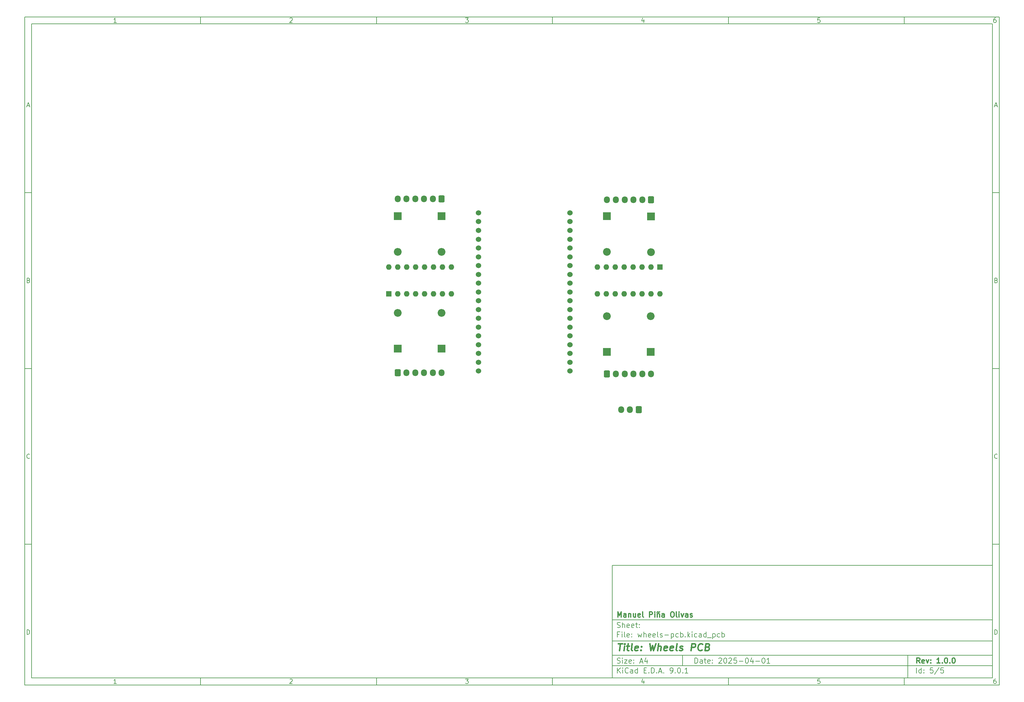
<source format=gbr>
%TF.GenerationSoftware,KiCad,Pcbnew,9.0.1-9.0.1-0~ubuntu24.04.1*%
%TF.CreationDate,2025-05-06T13:20:29-06:00*%
%TF.ProjectId,wheels-pcb,77686565-6c73-42d7-9063-622e6b696361,1.0.0*%
%TF.SameCoordinates,Original*%
%TF.FileFunction,Soldermask,Bot*%
%TF.FilePolarity,Negative*%
%FSLAX46Y46*%
G04 Gerber Fmt 4.6, Leading zero omitted, Abs format (unit mm)*
G04 Created by KiCad (PCBNEW 9.0.1-9.0.1-0~ubuntu24.04.1) date 2025-05-06 13:20:29*
%MOMM*%
%LPD*%
G01*
G04 APERTURE LIST*
G04 Aperture macros list*
%AMRoundRect*
0 Rectangle with rounded corners*
0 $1 Rounding radius*
0 $2 $3 $4 $5 $6 $7 $8 $9 X,Y pos of 4 corners*
0 Add a 4 corners polygon primitive as box body*
4,1,4,$2,$3,$4,$5,$6,$7,$8,$9,$2,$3,0*
0 Add four circle primitives for the rounded corners*
1,1,$1+$1,$2,$3*
1,1,$1+$1,$4,$5*
1,1,$1+$1,$6,$7*
1,1,$1+$1,$8,$9*
0 Add four rect primitives between the rounded corners*
20,1,$1+$1,$2,$3,$4,$5,0*
20,1,$1+$1,$4,$5,$6,$7,0*
20,1,$1+$1,$6,$7,$8,$9,0*
20,1,$1+$1,$8,$9,$2,$3,0*%
G04 Aperture macros list end*
%ADD10C,0.100000*%
%ADD11C,0.150000*%
%ADD12C,0.300000*%
%ADD13C,0.400000*%
%ADD14R,1.600000X1.600000*%
%ADD15O,1.600000X1.600000*%
%ADD16R,2.200000X2.200000*%
%ADD17O,2.200000X2.200000*%
%ADD18RoundRect,0.250000X0.600000X0.725000X-0.600000X0.725000X-0.600000X-0.725000X0.600000X-0.725000X0*%
%ADD19O,1.700000X1.950000*%
%ADD20RoundRect,0.250000X-0.600000X-0.725000X0.600000X-0.725000X0.600000X0.725000X-0.600000X0.725000X0*%
%ADD21C,1.524000*%
G04 APERTURE END LIST*
D10*
D11*
X177002200Y-166007200D02*
X285002200Y-166007200D01*
X285002200Y-198007200D01*
X177002200Y-198007200D01*
X177002200Y-166007200D01*
D10*
D11*
X10000000Y-10000000D02*
X287002200Y-10000000D01*
X287002200Y-200007200D01*
X10000000Y-200007200D01*
X10000000Y-10000000D01*
D10*
D11*
X12000000Y-12000000D02*
X285002200Y-12000000D01*
X285002200Y-198007200D01*
X12000000Y-198007200D01*
X12000000Y-12000000D01*
D10*
D11*
X60000000Y-12000000D02*
X60000000Y-10000000D01*
D10*
D11*
X110000000Y-12000000D02*
X110000000Y-10000000D01*
D10*
D11*
X160000000Y-12000000D02*
X160000000Y-10000000D01*
D10*
D11*
X210000000Y-12000000D02*
X210000000Y-10000000D01*
D10*
D11*
X260000000Y-12000000D02*
X260000000Y-10000000D01*
D10*
D11*
X36089160Y-11593604D02*
X35346303Y-11593604D01*
X35717731Y-11593604D02*
X35717731Y-10293604D01*
X35717731Y-10293604D02*
X35593922Y-10479319D01*
X35593922Y-10479319D02*
X35470112Y-10603128D01*
X35470112Y-10603128D02*
X35346303Y-10665033D01*
D10*
D11*
X85346303Y-10417414D02*
X85408207Y-10355509D01*
X85408207Y-10355509D02*
X85532017Y-10293604D01*
X85532017Y-10293604D02*
X85841541Y-10293604D01*
X85841541Y-10293604D02*
X85965350Y-10355509D01*
X85965350Y-10355509D02*
X86027255Y-10417414D01*
X86027255Y-10417414D02*
X86089160Y-10541223D01*
X86089160Y-10541223D02*
X86089160Y-10665033D01*
X86089160Y-10665033D02*
X86027255Y-10850747D01*
X86027255Y-10850747D02*
X85284398Y-11593604D01*
X85284398Y-11593604D02*
X86089160Y-11593604D01*
D10*
D11*
X135284398Y-10293604D02*
X136089160Y-10293604D01*
X136089160Y-10293604D02*
X135655826Y-10788842D01*
X135655826Y-10788842D02*
X135841541Y-10788842D01*
X135841541Y-10788842D02*
X135965350Y-10850747D01*
X135965350Y-10850747D02*
X136027255Y-10912652D01*
X136027255Y-10912652D02*
X136089160Y-11036461D01*
X136089160Y-11036461D02*
X136089160Y-11345985D01*
X136089160Y-11345985D02*
X136027255Y-11469795D01*
X136027255Y-11469795D02*
X135965350Y-11531700D01*
X135965350Y-11531700D02*
X135841541Y-11593604D01*
X135841541Y-11593604D02*
X135470112Y-11593604D01*
X135470112Y-11593604D02*
X135346303Y-11531700D01*
X135346303Y-11531700D02*
X135284398Y-11469795D01*
D10*
D11*
X185965350Y-10726938D02*
X185965350Y-11593604D01*
X185655826Y-10231700D02*
X185346303Y-11160271D01*
X185346303Y-11160271D02*
X186151064Y-11160271D01*
D10*
D11*
X236027255Y-10293604D02*
X235408207Y-10293604D01*
X235408207Y-10293604D02*
X235346303Y-10912652D01*
X235346303Y-10912652D02*
X235408207Y-10850747D01*
X235408207Y-10850747D02*
X235532017Y-10788842D01*
X235532017Y-10788842D02*
X235841541Y-10788842D01*
X235841541Y-10788842D02*
X235965350Y-10850747D01*
X235965350Y-10850747D02*
X236027255Y-10912652D01*
X236027255Y-10912652D02*
X236089160Y-11036461D01*
X236089160Y-11036461D02*
X236089160Y-11345985D01*
X236089160Y-11345985D02*
X236027255Y-11469795D01*
X236027255Y-11469795D02*
X235965350Y-11531700D01*
X235965350Y-11531700D02*
X235841541Y-11593604D01*
X235841541Y-11593604D02*
X235532017Y-11593604D01*
X235532017Y-11593604D02*
X235408207Y-11531700D01*
X235408207Y-11531700D02*
X235346303Y-11469795D01*
D10*
D11*
X285965350Y-10293604D02*
X285717731Y-10293604D01*
X285717731Y-10293604D02*
X285593922Y-10355509D01*
X285593922Y-10355509D02*
X285532017Y-10417414D01*
X285532017Y-10417414D02*
X285408207Y-10603128D01*
X285408207Y-10603128D02*
X285346303Y-10850747D01*
X285346303Y-10850747D02*
X285346303Y-11345985D01*
X285346303Y-11345985D02*
X285408207Y-11469795D01*
X285408207Y-11469795D02*
X285470112Y-11531700D01*
X285470112Y-11531700D02*
X285593922Y-11593604D01*
X285593922Y-11593604D02*
X285841541Y-11593604D01*
X285841541Y-11593604D02*
X285965350Y-11531700D01*
X285965350Y-11531700D02*
X286027255Y-11469795D01*
X286027255Y-11469795D02*
X286089160Y-11345985D01*
X286089160Y-11345985D02*
X286089160Y-11036461D01*
X286089160Y-11036461D02*
X286027255Y-10912652D01*
X286027255Y-10912652D02*
X285965350Y-10850747D01*
X285965350Y-10850747D02*
X285841541Y-10788842D01*
X285841541Y-10788842D02*
X285593922Y-10788842D01*
X285593922Y-10788842D02*
X285470112Y-10850747D01*
X285470112Y-10850747D02*
X285408207Y-10912652D01*
X285408207Y-10912652D02*
X285346303Y-11036461D01*
D10*
D11*
X60000000Y-198007200D02*
X60000000Y-200007200D01*
D10*
D11*
X110000000Y-198007200D02*
X110000000Y-200007200D01*
D10*
D11*
X160000000Y-198007200D02*
X160000000Y-200007200D01*
D10*
D11*
X210000000Y-198007200D02*
X210000000Y-200007200D01*
D10*
D11*
X260000000Y-198007200D02*
X260000000Y-200007200D01*
D10*
D11*
X36089160Y-199600804D02*
X35346303Y-199600804D01*
X35717731Y-199600804D02*
X35717731Y-198300804D01*
X35717731Y-198300804D02*
X35593922Y-198486519D01*
X35593922Y-198486519D02*
X35470112Y-198610328D01*
X35470112Y-198610328D02*
X35346303Y-198672233D01*
D10*
D11*
X85346303Y-198424614D02*
X85408207Y-198362709D01*
X85408207Y-198362709D02*
X85532017Y-198300804D01*
X85532017Y-198300804D02*
X85841541Y-198300804D01*
X85841541Y-198300804D02*
X85965350Y-198362709D01*
X85965350Y-198362709D02*
X86027255Y-198424614D01*
X86027255Y-198424614D02*
X86089160Y-198548423D01*
X86089160Y-198548423D02*
X86089160Y-198672233D01*
X86089160Y-198672233D02*
X86027255Y-198857947D01*
X86027255Y-198857947D02*
X85284398Y-199600804D01*
X85284398Y-199600804D02*
X86089160Y-199600804D01*
D10*
D11*
X135284398Y-198300804D02*
X136089160Y-198300804D01*
X136089160Y-198300804D02*
X135655826Y-198796042D01*
X135655826Y-198796042D02*
X135841541Y-198796042D01*
X135841541Y-198796042D02*
X135965350Y-198857947D01*
X135965350Y-198857947D02*
X136027255Y-198919852D01*
X136027255Y-198919852D02*
X136089160Y-199043661D01*
X136089160Y-199043661D02*
X136089160Y-199353185D01*
X136089160Y-199353185D02*
X136027255Y-199476995D01*
X136027255Y-199476995D02*
X135965350Y-199538900D01*
X135965350Y-199538900D02*
X135841541Y-199600804D01*
X135841541Y-199600804D02*
X135470112Y-199600804D01*
X135470112Y-199600804D02*
X135346303Y-199538900D01*
X135346303Y-199538900D02*
X135284398Y-199476995D01*
D10*
D11*
X185965350Y-198734138D02*
X185965350Y-199600804D01*
X185655826Y-198238900D02*
X185346303Y-199167471D01*
X185346303Y-199167471D02*
X186151064Y-199167471D01*
D10*
D11*
X236027255Y-198300804D02*
X235408207Y-198300804D01*
X235408207Y-198300804D02*
X235346303Y-198919852D01*
X235346303Y-198919852D02*
X235408207Y-198857947D01*
X235408207Y-198857947D02*
X235532017Y-198796042D01*
X235532017Y-198796042D02*
X235841541Y-198796042D01*
X235841541Y-198796042D02*
X235965350Y-198857947D01*
X235965350Y-198857947D02*
X236027255Y-198919852D01*
X236027255Y-198919852D02*
X236089160Y-199043661D01*
X236089160Y-199043661D02*
X236089160Y-199353185D01*
X236089160Y-199353185D02*
X236027255Y-199476995D01*
X236027255Y-199476995D02*
X235965350Y-199538900D01*
X235965350Y-199538900D02*
X235841541Y-199600804D01*
X235841541Y-199600804D02*
X235532017Y-199600804D01*
X235532017Y-199600804D02*
X235408207Y-199538900D01*
X235408207Y-199538900D02*
X235346303Y-199476995D01*
D10*
D11*
X285965350Y-198300804D02*
X285717731Y-198300804D01*
X285717731Y-198300804D02*
X285593922Y-198362709D01*
X285593922Y-198362709D02*
X285532017Y-198424614D01*
X285532017Y-198424614D02*
X285408207Y-198610328D01*
X285408207Y-198610328D02*
X285346303Y-198857947D01*
X285346303Y-198857947D02*
X285346303Y-199353185D01*
X285346303Y-199353185D02*
X285408207Y-199476995D01*
X285408207Y-199476995D02*
X285470112Y-199538900D01*
X285470112Y-199538900D02*
X285593922Y-199600804D01*
X285593922Y-199600804D02*
X285841541Y-199600804D01*
X285841541Y-199600804D02*
X285965350Y-199538900D01*
X285965350Y-199538900D02*
X286027255Y-199476995D01*
X286027255Y-199476995D02*
X286089160Y-199353185D01*
X286089160Y-199353185D02*
X286089160Y-199043661D01*
X286089160Y-199043661D02*
X286027255Y-198919852D01*
X286027255Y-198919852D02*
X285965350Y-198857947D01*
X285965350Y-198857947D02*
X285841541Y-198796042D01*
X285841541Y-198796042D02*
X285593922Y-198796042D01*
X285593922Y-198796042D02*
X285470112Y-198857947D01*
X285470112Y-198857947D02*
X285408207Y-198919852D01*
X285408207Y-198919852D02*
X285346303Y-199043661D01*
D10*
D11*
X10000000Y-60000000D02*
X12000000Y-60000000D01*
D10*
D11*
X10000000Y-110000000D02*
X12000000Y-110000000D01*
D10*
D11*
X10000000Y-160000000D02*
X12000000Y-160000000D01*
D10*
D11*
X10690476Y-35222176D02*
X11309523Y-35222176D01*
X10566666Y-35593604D02*
X10999999Y-34293604D01*
X10999999Y-34293604D02*
X11433333Y-35593604D01*
D10*
D11*
X11092857Y-84912652D02*
X11278571Y-84974557D01*
X11278571Y-84974557D02*
X11340476Y-85036461D01*
X11340476Y-85036461D02*
X11402380Y-85160271D01*
X11402380Y-85160271D02*
X11402380Y-85345985D01*
X11402380Y-85345985D02*
X11340476Y-85469795D01*
X11340476Y-85469795D02*
X11278571Y-85531700D01*
X11278571Y-85531700D02*
X11154761Y-85593604D01*
X11154761Y-85593604D02*
X10659523Y-85593604D01*
X10659523Y-85593604D02*
X10659523Y-84293604D01*
X10659523Y-84293604D02*
X11092857Y-84293604D01*
X11092857Y-84293604D02*
X11216666Y-84355509D01*
X11216666Y-84355509D02*
X11278571Y-84417414D01*
X11278571Y-84417414D02*
X11340476Y-84541223D01*
X11340476Y-84541223D02*
X11340476Y-84665033D01*
X11340476Y-84665033D02*
X11278571Y-84788842D01*
X11278571Y-84788842D02*
X11216666Y-84850747D01*
X11216666Y-84850747D02*
X11092857Y-84912652D01*
X11092857Y-84912652D02*
X10659523Y-84912652D01*
D10*
D11*
X11402380Y-135469795D02*
X11340476Y-135531700D01*
X11340476Y-135531700D02*
X11154761Y-135593604D01*
X11154761Y-135593604D02*
X11030952Y-135593604D01*
X11030952Y-135593604D02*
X10845238Y-135531700D01*
X10845238Y-135531700D02*
X10721428Y-135407890D01*
X10721428Y-135407890D02*
X10659523Y-135284080D01*
X10659523Y-135284080D02*
X10597619Y-135036461D01*
X10597619Y-135036461D02*
X10597619Y-134850747D01*
X10597619Y-134850747D02*
X10659523Y-134603128D01*
X10659523Y-134603128D02*
X10721428Y-134479319D01*
X10721428Y-134479319D02*
X10845238Y-134355509D01*
X10845238Y-134355509D02*
X11030952Y-134293604D01*
X11030952Y-134293604D02*
X11154761Y-134293604D01*
X11154761Y-134293604D02*
X11340476Y-134355509D01*
X11340476Y-134355509D02*
X11402380Y-134417414D01*
D10*
D11*
X10659523Y-185593604D02*
X10659523Y-184293604D01*
X10659523Y-184293604D02*
X10969047Y-184293604D01*
X10969047Y-184293604D02*
X11154761Y-184355509D01*
X11154761Y-184355509D02*
X11278571Y-184479319D01*
X11278571Y-184479319D02*
X11340476Y-184603128D01*
X11340476Y-184603128D02*
X11402380Y-184850747D01*
X11402380Y-184850747D02*
X11402380Y-185036461D01*
X11402380Y-185036461D02*
X11340476Y-185284080D01*
X11340476Y-185284080D02*
X11278571Y-185407890D01*
X11278571Y-185407890D02*
X11154761Y-185531700D01*
X11154761Y-185531700D02*
X10969047Y-185593604D01*
X10969047Y-185593604D02*
X10659523Y-185593604D01*
D10*
D11*
X287002200Y-60000000D02*
X285002200Y-60000000D01*
D10*
D11*
X287002200Y-110000000D02*
X285002200Y-110000000D01*
D10*
D11*
X287002200Y-160000000D02*
X285002200Y-160000000D01*
D10*
D11*
X285692676Y-35222176D02*
X286311723Y-35222176D01*
X285568866Y-35593604D02*
X286002199Y-34293604D01*
X286002199Y-34293604D02*
X286435533Y-35593604D01*
D10*
D11*
X286095057Y-84912652D02*
X286280771Y-84974557D01*
X286280771Y-84974557D02*
X286342676Y-85036461D01*
X286342676Y-85036461D02*
X286404580Y-85160271D01*
X286404580Y-85160271D02*
X286404580Y-85345985D01*
X286404580Y-85345985D02*
X286342676Y-85469795D01*
X286342676Y-85469795D02*
X286280771Y-85531700D01*
X286280771Y-85531700D02*
X286156961Y-85593604D01*
X286156961Y-85593604D02*
X285661723Y-85593604D01*
X285661723Y-85593604D02*
X285661723Y-84293604D01*
X285661723Y-84293604D02*
X286095057Y-84293604D01*
X286095057Y-84293604D02*
X286218866Y-84355509D01*
X286218866Y-84355509D02*
X286280771Y-84417414D01*
X286280771Y-84417414D02*
X286342676Y-84541223D01*
X286342676Y-84541223D02*
X286342676Y-84665033D01*
X286342676Y-84665033D02*
X286280771Y-84788842D01*
X286280771Y-84788842D02*
X286218866Y-84850747D01*
X286218866Y-84850747D02*
X286095057Y-84912652D01*
X286095057Y-84912652D02*
X285661723Y-84912652D01*
D10*
D11*
X286404580Y-135469795D02*
X286342676Y-135531700D01*
X286342676Y-135531700D02*
X286156961Y-135593604D01*
X286156961Y-135593604D02*
X286033152Y-135593604D01*
X286033152Y-135593604D02*
X285847438Y-135531700D01*
X285847438Y-135531700D02*
X285723628Y-135407890D01*
X285723628Y-135407890D02*
X285661723Y-135284080D01*
X285661723Y-135284080D02*
X285599819Y-135036461D01*
X285599819Y-135036461D02*
X285599819Y-134850747D01*
X285599819Y-134850747D02*
X285661723Y-134603128D01*
X285661723Y-134603128D02*
X285723628Y-134479319D01*
X285723628Y-134479319D02*
X285847438Y-134355509D01*
X285847438Y-134355509D02*
X286033152Y-134293604D01*
X286033152Y-134293604D02*
X286156961Y-134293604D01*
X286156961Y-134293604D02*
X286342676Y-134355509D01*
X286342676Y-134355509D02*
X286404580Y-134417414D01*
D10*
D11*
X285661723Y-185593604D02*
X285661723Y-184293604D01*
X285661723Y-184293604D02*
X285971247Y-184293604D01*
X285971247Y-184293604D02*
X286156961Y-184355509D01*
X286156961Y-184355509D02*
X286280771Y-184479319D01*
X286280771Y-184479319D02*
X286342676Y-184603128D01*
X286342676Y-184603128D02*
X286404580Y-184850747D01*
X286404580Y-184850747D02*
X286404580Y-185036461D01*
X286404580Y-185036461D02*
X286342676Y-185284080D01*
X286342676Y-185284080D02*
X286280771Y-185407890D01*
X286280771Y-185407890D02*
X286156961Y-185531700D01*
X286156961Y-185531700D02*
X285971247Y-185593604D01*
X285971247Y-185593604D02*
X285661723Y-185593604D01*
D10*
D11*
X200458026Y-193793328D02*
X200458026Y-192293328D01*
X200458026Y-192293328D02*
X200815169Y-192293328D01*
X200815169Y-192293328D02*
X201029455Y-192364757D01*
X201029455Y-192364757D02*
X201172312Y-192507614D01*
X201172312Y-192507614D02*
X201243741Y-192650471D01*
X201243741Y-192650471D02*
X201315169Y-192936185D01*
X201315169Y-192936185D02*
X201315169Y-193150471D01*
X201315169Y-193150471D02*
X201243741Y-193436185D01*
X201243741Y-193436185D02*
X201172312Y-193579042D01*
X201172312Y-193579042D02*
X201029455Y-193721900D01*
X201029455Y-193721900D02*
X200815169Y-193793328D01*
X200815169Y-193793328D02*
X200458026Y-193793328D01*
X202600884Y-193793328D02*
X202600884Y-193007614D01*
X202600884Y-193007614D02*
X202529455Y-192864757D01*
X202529455Y-192864757D02*
X202386598Y-192793328D01*
X202386598Y-192793328D02*
X202100884Y-192793328D01*
X202100884Y-192793328D02*
X201958026Y-192864757D01*
X202600884Y-193721900D02*
X202458026Y-193793328D01*
X202458026Y-193793328D02*
X202100884Y-193793328D01*
X202100884Y-193793328D02*
X201958026Y-193721900D01*
X201958026Y-193721900D02*
X201886598Y-193579042D01*
X201886598Y-193579042D02*
X201886598Y-193436185D01*
X201886598Y-193436185D02*
X201958026Y-193293328D01*
X201958026Y-193293328D02*
X202100884Y-193221900D01*
X202100884Y-193221900D02*
X202458026Y-193221900D01*
X202458026Y-193221900D02*
X202600884Y-193150471D01*
X203100884Y-192793328D02*
X203672312Y-192793328D01*
X203315169Y-192293328D02*
X203315169Y-193579042D01*
X203315169Y-193579042D02*
X203386598Y-193721900D01*
X203386598Y-193721900D02*
X203529455Y-193793328D01*
X203529455Y-193793328D02*
X203672312Y-193793328D01*
X204743741Y-193721900D02*
X204600884Y-193793328D01*
X204600884Y-193793328D02*
X204315170Y-193793328D01*
X204315170Y-193793328D02*
X204172312Y-193721900D01*
X204172312Y-193721900D02*
X204100884Y-193579042D01*
X204100884Y-193579042D02*
X204100884Y-193007614D01*
X204100884Y-193007614D02*
X204172312Y-192864757D01*
X204172312Y-192864757D02*
X204315170Y-192793328D01*
X204315170Y-192793328D02*
X204600884Y-192793328D01*
X204600884Y-192793328D02*
X204743741Y-192864757D01*
X204743741Y-192864757D02*
X204815170Y-193007614D01*
X204815170Y-193007614D02*
X204815170Y-193150471D01*
X204815170Y-193150471D02*
X204100884Y-193293328D01*
X205458026Y-193650471D02*
X205529455Y-193721900D01*
X205529455Y-193721900D02*
X205458026Y-193793328D01*
X205458026Y-193793328D02*
X205386598Y-193721900D01*
X205386598Y-193721900D02*
X205458026Y-193650471D01*
X205458026Y-193650471D02*
X205458026Y-193793328D01*
X205458026Y-192864757D02*
X205529455Y-192936185D01*
X205529455Y-192936185D02*
X205458026Y-193007614D01*
X205458026Y-193007614D02*
X205386598Y-192936185D01*
X205386598Y-192936185D02*
X205458026Y-192864757D01*
X205458026Y-192864757D02*
X205458026Y-193007614D01*
X207243741Y-192436185D02*
X207315169Y-192364757D01*
X207315169Y-192364757D02*
X207458027Y-192293328D01*
X207458027Y-192293328D02*
X207815169Y-192293328D01*
X207815169Y-192293328D02*
X207958027Y-192364757D01*
X207958027Y-192364757D02*
X208029455Y-192436185D01*
X208029455Y-192436185D02*
X208100884Y-192579042D01*
X208100884Y-192579042D02*
X208100884Y-192721900D01*
X208100884Y-192721900D02*
X208029455Y-192936185D01*
X208029455Y-192936185D02*
X207172312Y-193793328D01*
X207172312Y-193793328D02*
X208100884Y-193793328D01*
X209029455Y-192293328D02*
X209172312Y-192293328D01*
X209172312Y-192293328D02*
X209315169Y-192364757D01*
X209315169Y-192364757D02*
X209386598Y-192436185D01*
X209386598Y-192436185D02*
X209458026Y-192579042D01*
X209458026Y-192579042D02*
X209529455Y-192864757D01*
X209529455Y-192864757D02*
X209529455Y-193221900D01*
X209529455Y-193221900D02*
X209458026Y-193507614D01*
X209458026Y-193507614D02*
X209386598Y-193650471D01*
X209386598Y-193650471D02*
X209315169Y-193721900D01*
X209315169Y-193721900D02*
X209172312Y-193793328D01*
X209172312Y-193793328D02*
X209029455Y-193793328D01*
X209029455Y-193793328D02*
X208886598Y-193721900D01*
X208886598Y-193721900D02*
X208815169Y-193650471D01*
X208815169Y-193650471D02*
X208743740Y-193507614D01*
X208743740Y-193507614D02*
X208672312Y-193221900D01*
X208672312Y-193221900D02*
X208672312Y-192864757D01*
X208672312Y-192864757D02*
X208743740Y-192579042D01*
X208743740Y-192579042D02*
X208815169Y-192436185D01*
X208815169Y-192436185D02*
X208886598Y-192364757D01*
X208886598Y-192364757D02*
X209029455Y-192293328D01*
X210100883Y-192436185D02*
X210172311Y-192364757D01*
X210172311Y-192364757D02*
X210315169Y-192293328D01*
X210315169Y-192293328D02*
X210672311Y-192293328D01*
X210672311Y-192293328D02*
X210815169Y-192364757D01*
X210815169Y-192364757D02*
X210886597Y-192436185D01*
X210886597Y-192436185D02*
X210958026Y-192579042D01*
X210958026Y-192579042D02*
X210958026Y-192721900D01*
X210958026Y-192721900D02*
X210886597Y-192936185D01*
X210886597Y-192936185D02*
X210029454Y-193793328D01*
X210029454Y-193793328D02*
X210958026Y-193793328D01*
X212315168Y-192293328D02*
X211600882Y-192293328D01*
X211600882Y-192293328D02*
X211529454Y-193007614D01*
X211529454Y-193007614D02*
X211600882Y-192936185D01*
X211600882Y-192936185D02*
X211743740Y-192864757D01*
X211743740Y-192864757D02*
X212100882Y-192864757D01*
X212100882Y-192864757D02*
X212243740Y-192936185D01*
X212243740Y-192936185D02*
X212315168Y-193007614D01*
X212315168Y-193007614D02*
X212386597Y-193150471D01*
X212386597Y-193150471D02*
X212386597Y-193507614D01*
X212386597Y-193507614D02*
X212315168Y-193650471D01*
X212315168Y-193650471D02*
X212243740Y-193721900D01*
X212243740Y-193721900D02*
X212100882Y-193793328D01*
X212100882Y-193793328D02*
X211743740Y-193793328D01*
X211743740Y-193793328D02*
X211600882Y-193721900D01*
X211600882Y-193721900D02*
X211529454Y-193650471D01*
X213029453Y-193221900D02*
X214172311Y-193221900D01*
X215172311Y-192293328D02*
X215315168Y-192293328D01*
X215315168Y-192293328D02*
X215458025Y-192364757D01*
X215458025Y-192364757D02*
X215529454Y-192436185D01*
X215529454Y-192436185D02*
X215600882Y-192579042D01*
X215600882Y-192579042D02*
X215672311Y-192864757D01*
X215672311Y-192864757D02*
X215672311Y-193221900D01*
X215672311Y-193221900D02*
X215600882Y-193507614D01*
X215600882Y-193507614D02*
X215529454Y-193650471D01*
X215529454Y-193650471D02*
X215458025Y-193721900D01*
X215458025Y-193721900D02*
X215315168Y-193793328D01*
X215315168Y-193793328D02*
X215172311Y-193793328D01*
X215172311Y-193793328D02*
X215029454Y-193721900D01*
X215029454Y-193721900D02*
X214958025Y-193650471D01*
X214958025Y-193650471D02*
X214886596Y-193507614D01*
X214886596Y-193507614D02*
X214815168Y-193221900D01*
X214815168Y-193221900D02*
X214815168Y-192864757D01*
X214815168Y-192864757D02*
X214886596Y-192579042D01*
X214886596Y-192579042D02*
X214958025Y-192436185D01*
X214958025Y-192436185D02*
X215029454Y-192364757D01*
X215029454Y-192364757D02*
X215172311Y-192293328D01*
X216958025Y-192793328D02*
X216958025Y-193793328D01*
X216600882Y-192221900D02*
X216243739Y-193293328D01*
X216243739Y-193293328D02*
X217172310Y-193293328D01*
X217743738Y-193221900D02*
X218886596Y-193221900D01*
X219886596Y-192293328D02*
X220029453Y-192293328D01*
X220029453Y-192293328D02*
X220172310Y-192364757D01*
X220172310Y-192364757D02*
X220243739Y-192436185D01*
X220243739Y-192436185D02*
X220315167Y-192579042D01*
X220315167Y-192579042D02*
X220386596Y-192864757D01*
X220386596Y-192864757D02*
X220386596Y-193221900D01*
X220386596Y-193221900D02*
X220315167Y-193507614D01*
X220315167Y-193507614D02*
X220243739Y-193650471D01*
X220243739Y-193650471D02*
X220172310Y-193721900D01*
X220172310Y-193721900D02*
X220029453Y-193793328D01*
X220029453Y-193793328D02*
X219886596Y-193793328D01*
X219886596Y-193793328D02*
X219743739Y-193721900D01*
X219743739Y-193721900D02*
X219672310Y-193650471D01*
X219672310Y-193650471D02*
X219600881Y-193507614D01*
X219600881Y-193507614D02*
X219529453Y-193221900D01*
X219529453Y-193221900D02*
X219529453Y-192864757D01*
X219529453Y-192864757D02*
X219600881Y-192579042D01*
X219600881Y-192579042D02*
X219672310Y-192436185D01*
X219672310Y-192436185D02*
X219743739Y-192364757D01*
X219743739Y-192364757D02*
X219886596Y-192293328D01*
X221815167Y-193793328D02*
X220958024Y-193793328D01*
X221386595Y-193793328D02*
X221386595Y-192293328D01*
X221386595Y-192293328D02*
X221243738Y-192507614D01*
X221243738Y-192507614D02*
X221100881Y-192650471D01*
X221100881Y-192650471D02*
X220958024Y-192721900D01*
D10*
D11*
X177002200Y-194507200D02*
X285002200Y-194507200D01*
D10*
D11*
X178458026Y-196593328D02*
X178458026Y-195093328D01*
X179315169Y-196593328D02*
X178672312Y-195736185D01*
X179315169Y-195093328D02*
X178458026Y-195950471D01*
X179958026Y-196593328D02*
X179958026Y-195593328D01*
X179958026Y-195093328D02*
X179886598Y-195164757D01*
X179886598Y-195164757D02*
X179958026Y-195236185D01*
X179958026Y-195236185D02*
X180029455Y-195164757D01*
X180029455Y-195164757D02*
X179958026Y-195093328D01*
X179958026Y-195093328D02*
X179958026Y-195236185D01*
X181529455Y-196450471D02*
X181458027Y-196521900D01*
X181458027Y-196521900D02*
X181243741Y-196593328D01*
X181243741Y-196593328D02*
X181100884Y-196593328D01*
X181100884Y-196593328D02*
X180886598Y-196521900D01*
X180886598Y-196521900D02*
X180743741Y-196379042D01*
X180743741Y-196379042D02*
X180672312Y-196236185D01*
X180672312Y-196236185D02*
X180600884Y-195950471D01*
X180600884Y-195950471D02*
X180600884Y-195736185D01*
X180600884Y-195736185D02*
X180672312Y-195450471D01*
X180672312Y-195450471D02*
X180743741Y-195307614D01*
X180743741Y-195307614D02*
X180886598Y-195164757D01*
X180886598Y-195164757D02*
X181100884Y-195093328D01*
X181100884Y-195093328D02*
X181243741Y-195093328D01*
X181243741Y-195093328D02*
X181458027Y-195164757D01*
X181458027Y-195164757D02*
X181529455Y-195236185D01*
X182815170Y-196593328D02*
X182815170Y-195807614D01*
X182815170Y-195807614D02*
X182743741Y-195664757D01*
X182743741Y-195664757D02*
X182600884Y-195593328D01*
X182600884Y-195593328D02*
X182315170Y-195593328D01*
X182315170Y-195593328D02*
X182172312Y-195664757D01*
X182815170Y-196521900D02*
X182672312Y-196593328D01*
X182672312Y-196593328D02*
X182315170Y-196593328D01*
X182315170Y-196593328D02*
X182172312Y-196521900D01*
X182172312Y-196521900D02*
X182100884Y-196379042D01*
X182100884Y-196379042D02*
X182100884Y-196236185D01*
X182100884Y-196236185D02*
X182172312Y-196093328D01*
X182172312Y-196093328D02*
X182315170Y-196021900D01*
X182315170Y-196021900D02*
X182672312Y-196021900D01*
X182672312Y-196021900D02*
X182815170Y-195950471D01*
X184172313Y-196593328D02*
X184172313Y-195093328D01*
X184172313Y-196521900D02*
X184029455Y-196593328D01*
X184029455Y-196593328D02*
X183743741Y-196593328D01*
X183743741Y-196593328D02*
X183600884Y-196521900D01*
X183600884Y-196521900D02*
X183529455Y-196450471D01*
X183529455Y-196450471D02*
X183458027Y-196307614D01*
X183458027Y-196307614D02*
X183458027Y-195879042D01*
X183458027Y-195879042D02*
X183529455Y-195736185D01*
X183529455Y-195736185D02*
X183600884Y-195664757D01*
X183600884Y-195664757D02*
X183743741Y-195593328D01*
X183743741Y-195593328D02*
X184029455Y-195593328D01*
X184029455Y-195593328D02*
X184172313Y-195664757D01*
X186029455Y-195807614D02*
X186529455Y-195807614D01*
X186743741Y-196593328D02*
X186029455Y-196593328D01*
X186029455Y-196593328D02*
X186029455Y-195093328D01*
X186029455Y-195093328D02*
X186743741Y-195093328D01*
X187386598Y-196450471D02*
X187458027Y-196521900D01*
X187458027Y-196521900D02*
X187386598Y-196593328D01*
X187386598Y-196593328D02*
X187315170Y-196521900D01*
X187315170Y-196521900D02*
X187386598Y-196450471D01*
X187386598Y-196450471D02*
X187386598Y-196593328D01*
X188100884Y-196593328D02*
X188100884Y-195093328D01*
X188100884Y-195093328D02*
X188458027Y-195093328D01*
X188458027Y-195093328D02*
X188672313Y-195164757D01*
X188672313Y-195164757D02*
X188815170Y-195307614D01*
X188815170Y-195307614D02*
X188886599Y-195450471D01*
X188886599Y-195450471D02*
X188958027Y-195736185D01*
X188958027Y-195736185D02*
X188958027Y-195950471D01*
X188958027Y-195950471D02*
X188886599Y-196236185D01*
X188886599Y-196236185D02*
X188815170Y-196379042D01*
X188815170Y-196379042D02*
X188672313Y-196521900D01*
X188672313Y-196521900D02*
X188458027Y-196593328D01*
X188458027Y-196593328D02*
X188100884Y-196593328D01*
X189600884Y-196450471D02*
X189672313Y-196521900D01*
X189672313Y-196521900D02*
X189600884Y-196593328D01*
X189600884Y-196593328D02*
X189529456Y-196521900D01*
X189529456Y-196521900D02*
X189600884Y-196450471D01*
X189600884Y-196450471D02*
X189600884Y-196593328D01*
X190243742Y-196164757D02*
X190958028Y-196164757D01*
X190100885Y-196593328D02*
X190600885Y-195093328D01*
X190600885Y-195093328D02*
X191100885Y-196593328D01*
X191600884Y-196450471D02*
X191672313Y-196521900D01*
X191672313Y-196521900D02*
X191600884Y-196593328D01*
X191600884Y-196593328D02*
X191529456Y-196521900D01*
X191529456Y-196521900D02*
X191600884Y-196450471D01*
X191600884Y-196450471D02*
X191600884Y-196593328D01*
X193529456Y-196593328D02*
X193815170Y-196593328D01*
X193815170Y-196593328D02*
X193958027Y-196521900D01*
X193958027Y-196521900D02*
X194029456Y-196450471D01*
X194029456Y-196450471D02*
X194172313Y-196236185D01*
X194172313Y-196236185D02*
X194243742Y-195950471D01*
X194243742Y-195950471D02*
X194243742Y-195379042D01*
X194243742Y-195379042D02*
X194172313Y-195236185D01*
X194172313Y-195236185D02*
X194100885Y-195164757D01*
X194100885Y-195164757D02*
X193958027Y-195093328D01*
X193958027Y-195093328D02*
X193672313Y-195093328D01*
X193672313Y-195093328D02*
X193529456Y-195164757D01*
X193529456Y-195164757D02*
X193458027Y-195236185D01*
X193458027Y-195236185D02*
X193386599Y-195379042D01*
X193386599Y-195379042D02*
X193386599Y-195736185D01*
X193386599Y-195736185D02*
X193458027Y-195879042D01*
X193458027Y-195879042D02*
X193529456Y-195950471D01*
X193529456Y-195950471D02*
X193672313Y-196021900D01*
X193672313Y-196021900D02*
X193958027Y-196021900D01*
X193958027Y-196021900D02*
X194100885Y-195950471D01*
X194100885Y-195950471D02*
X194172313Y-195879042D01*
X194172313Y-195879042D02*
X194243742Y-195736185D01*
X194886598Y-196450471D02*
X194958027Y-196521900D01*
X194958027Y-196521900D02*
X194886598Y-196593328D01*
X194886598Y-196593328D02*
X194815170Y-196521900D01*
X194815170Y-196521900D02*
X194886598Y-196450471D01*
X194886598Y-196450471D02*
X194886598Y-196593328D01*
X195886599Y-195093328D02*
X196029456Y-195093328D01*
X196029456Y-195093328D02*
X196172313Y-195164757D01*
X196172313Y-195164757D02*
X196243742Y-195236185D01*
X196243742Y-195236185D02*
X196315170Y-195379042D01*
X196315170Y-195379042D02*
X196386599Y-195664757D01*
X196386599Y-195664757D02*
X196386599Y-196021900D01*
X196386599Y-196021900D02*
X196315170Y-196307614D01*
X196315170Y-196307614D02*
X196243742Y-196450471D01*
X196243742Y-196450471D02*
X196172313Y-196521900D01*
X196172313Y-196521900D02*
X196029456Y-196593328D01*
X196029456Y-196593328D02*
X195886599Y-196593328D01*
X195886599Y-196593328D02*
X195743742Y-196521900D01*
X195743742Y-196521900D02*
X195672313Y-196450471D01*
X195672313Y-196450471D02*
X195600884Y-196307614D01*
X195600884Y-196307614D02*
X195529456Y-196021900D01*
X195529456Y-196021900D02*
X195529456Y-195664757D01*
X195529456Y-195664757D02*
X195600884Y-195379042D01*
X195600884Y-195379042D02*
X195672313Y-195236185D01*
X195672313Y-195236185D02*
X195743742Y-195164757D01*
X195743742Y-195164757D02*
X195886599Y-195093328D01*
X197029455Y-196450471D02*
X197100884Y-196521900D01*
X197100884Y-196521900D02*
X197029455Y-196593328D01*
X197029455Y-196593328D02*
X196958027Y-196521900D01*
X196958027Y-196521900D02*
X197029455Y-196450471D01*
X197029455Y-196450471D02*
X197029455Y-196593328D01*
X198529456Y-196593328D02*
X197672313Y-196593328D01*
X198100884Y-196593328D02*
X198100884Y-195093328D01*
X198100884Y-195093328D02*
X197958027Y-195307614D01*
X197958027Y-195307614D02*
X197815170Y-195450471D01*
X197815170Y-195450471D02*
X197672313Y-195521900D01*
D10*
D11*
X177002200Y-191507200D02*
X285002200Y-191507200D01*
D10*
D12*
X264413853Y-193785528D02*
X263913853Y-193071242D01*
X263556710Y-193785528D02*
X263556710Y-192285528D01*
X263556710Y-192285528D02*
X264128139Y-192285528D01*
X264128139Y-192285528D02*
X264270996Y-192356957D01*
X264270996Y-192356957D02*
X264342425Y-192428385D01*
X264342425Y-192428385D02*
X264413853Y-192571242D01*
X264413853Y-192571242D02*
X264413853Y-192785528D01*
X264413853Y-192785528D02*
X264342425Y-192928385D01*
X264342425Y-192928385D02*
X264270996Y-192999814D01*
X264270996Y-192999814D02*
X264128139Y-193071242D01*
X264128139Y-193071242D02*
X263556710Y-193071242D01*
X265628139Y-193714100D02*
X265485282Y-193785528D01*
X265485282Y-193785528D02*
X265199568Y-193785528D01*
X265199568Y-193785528D02*
X265056710Y-193714100D01*
X265056710Y-193714100D02*
X264985282Y-193571242D01*
X264985282Y-193571242D02*
X264985282Y-192999814D01*
X264985282Y-192999814D02*
X265056710Y-192856957D01*
X265056710Y-192856957D02*
X265199568Y-192785528D01*
X265199568Y-192785528D02*
X265485282Y-192785528D01*
X265485282Y-192785528D02*
X265628139Y-192856957D01*
X265628139Y-192856957D02*
X265699568Y-192999814D01*
X265699568Y-192999814D02*
X265699568Y-193142671D01*
X265699568Y-193142671D02*
X264985282Y-193285528D01*
X266199567Y-192785528D02*
X266556710Y-193785528D01*
X266556710Y-193785528D02*
X266913853Y-192785528D01*
X267485281Y-193642671D02*
X267556710Y-193714100D01*
X267556710Y-193714100D02*
X267485281Y-193785528D01*
X267485281Y-193785528D02*
X267413853Y-193714100D01*
X267413853Y-193714100D02*
X267485281Y-193642671D01*
X267485281Y-193642671D02*
X267485281Y-193785528D01*
X267485281Y-192856957D02*
X267556710Y-192928385D01*
X267556710Y-192928385D02*
X267485281Y-192999814D01*
X267485281Y-192999814D02*
X267413853Y-192928385D01*
X267413853Y-192928385D02*
X267485281Y-192856957D01*
X267485281Y-192856957D02*
X267485281Y-192999814D01*
X270128139Y-193785528D02*
X269270996Y-193785528D01*
X269699567Y-193785528D02*
X269699567Y-192285528D01*
X269699567Y-192285528D02*
X269556710Y-192499814D01*
X269556710Y-192499814D02*
X269413853Y-192642671D01*
X269413853Y-192642671D02*
X269270996Y-192714100D01*
X270770995Y-193642671D02*
X270842424Y-193714100D01*
X270842424Y-193714100D02*
X270770995Y-193785528D01*
X270770995Y-193785528D02*
X270699567Y-193714100D01*
X270699567Y-193714100D02*
X270770995Y-193642671D01*
X270770995Y-193642671D02*
X270770995Y-193785528D01*
X271770996Y-192285528D02*
X271913853Y-192285528D01*
X271913853Y-192285528D02*
X272056710Y-192356957D01*
X272056710Y-192356957D02*
X272128139Y-192428385D01*
X272128139Y-192428385D02*
X272199567Y-192571242D01*
X272199567Y-192571242D02*
X272270996Y-192856957D01*
X272270996Y-192856957D02*
X272270996Y-193214100D01*
X272270996Y-193214100D02*
X272199567Y-193499814D01*
X272199567Y-193499814D02*
X272128139Y-193642671D01*
X272128139Y-193642671D02*
X272056710Y-193714100D01*
X272056710Y-193714100D02*
X271913853Y-193785528D01*
X271913853Y-193785528D02*
X271770996Y-193785528D01*
X271770996Y-193785528D02*
X271628139Y-193714100D01*
X271628139Y-193714100D02*
X271556710Y-193642671D01*
X271556710Y-193642671D02*
X271485281Y-193499814D01*
X271485281Y-193499814D02*
X271413853Y-193214100D01*
X271413853Y-193214100D02*
X271413853Y-192856957D01*
X271413853Y-192856957D02*
X271485281Y-192571242D01*
X271485281Y-192571242D02*
X271556710Y-192428385D01*
X271556710Y-192428385D02*
X271628139Y-192356957D01*
X271628139Y-192356957D02*
X271770996Y-192285528D01*
X272913852Y-193642671D02*
X272985281Y-193714100D01*
X272985281Y-193714100D02*
X272913852Y-193785528D01*
X272913852Y-193785528D02*
X272842424Y-193714100D01*
X272842424Y-193714100D02*
X272913852Y-193642671D01*
X272913852Y-193642671D02*
X272913852Y-193785528D01*
X273913853Y-192285528D02*
X274056710Y-192285528D01*
X274056710Y-192285528D02*
X274199567Y-192356957D01*
X274199567Y-192356957D02*
X274270996Y-192428385D01*
X274270996Y-192428385D02*
X274342424Y-192571242D01*
X274342424Y-192571242D02*
X274413853Y-192856957D01*
X274413853Y-192856957D02*
X274413853Y-193214100D01*
X274413853Y-193214100D02*
X274342424Y-193499814D01*
X274342424Y-193499814D02*
X274270996Y-193642671D01*
X274270996Y-193642671D02*
X274199567Y-193714100D01*
X274199567Y-193714100D02*
X274056710Y-193785528D01*
X274056710Y-193785528D02*
X273913853Y-193785528D01*
X273913853Y-193785528D02*
X273770996Y-193714100D01*
X273770996Y-193714100D02*
X273699567Y-193642671D01*
X273699567Y-193642671D02*
X273628138Y-193499814D01*
X273628138Y-193499814D02*
X273556710Y-193214100D01*
X273556710Y-193214100D02*
X273556710Y-192856957D01*
X273556710Y-192856957D02*
X273628138Y-192571242D01*
X273628138Y-192571242D02*
X273699567Y-192428385D01*
X273699567Y-192428385D02*
X273770996Y-192356957D01*
X273770996Y-192356957D02*
X273913853Y-192285528D01*
D10*
D11*
X178386598Y-193721900D02*
X178600884Y-193793328D01*
X178600884Y-193793328D02*
X178958026Y-193793328D01*
X178958026Y-193793328D02*
X179100884Y-193721900D01*
X179100884Y-193721900D02*
X179172312Y-193650471D01*
X179172312Y-193650471D02*
X179243741Y-193507614D01*
X179243741Y-193507614D02*
X179243741Y-193364757D01*
X179243741Y-193364757D02*
X179172312Y-193221900D01*
X179172312Y-193221900D02*
X179100884Y-193150471D01*
X179100884Y-193150471D02*
X178958026Y-193079042D01*
X178958026Y-193079042D02*
X178672312Y-193007614D01*
X178672312Y-193007614D02*
X178529455Y-192936185D01*
X178529455Y-192936185D02*
X178458026Y-192864757D01*
X178458026Y-192864757D02*
X178386598Y-192721900D01*
X178386598Y-192721900D02*
X178386598Y-192579042D01*
X178386598Y-192579042D02*
X178458026Y-192436185D01*
X178458026Y-192436185D02*
X178529455Y-192364757D01*
X178529455Y-192364757D02*
X178672312Y-192293328D01*
X178672312Y-192293328D02*
X179029455Y-192293328D01*
X179029455Y-192293328D02*
X179243741Y-192364757D01*
X179886597Y-193793328D02*
X179886597Y-192793328D01*
X179886597Y-192293328D02*
X179815169Y-192364757D01*
X179815169Y-192364757D02*
X179886597Y-192436185D01*
X179886597Y-192436185D02*
X179958026Y-192364757D01*
X179958026Y-192364757D02*
X179886597Y-192293328D01*
X179886597Y-192293328D02*
X179886597Y-192436185D01*
X180458026Y-192793328D02*
X181243741Y-192793328D01*
X181243741Y-192793328D02*
X180458026Y-193793328D01*
X180458026Y-193793328D02*
X181243741Y-193793328D01*
X182386598Y-193721900D02*
X182243741Y-193793328D01*
X182243741Y-193793328D02*
X181958027Y-193793328D01*
X181958027Y-193793328D02*
X181815169Y-193721900D01*
X181815169Y-193721900D02*
X181743741Y-193579042D01*
X181743741Y-193579042D02*
X181743741Y-193007614D01*
X181743741Y-193007614D02*
X181815169Y-192864757D01*
X181815169Y-192864757D02*
X181958027Y-192793328D01*
X181958027Y-192793328D02*
X182243741Y-192793328D01*
X182243741Y-192793328D02*
X182386598Y-192864757D01*
X182386598Y-192864757D02*
X182458027Y-193007614D01*
X182458027Y-193007614D02*
X182458027Y-193150471D01*
X182458027Y-193150471D02*
X181743741Y-193293328D01*
X183100883Y-193650471D02*
X183172312Y-193721900D01*
X183172312Y-193721900D02*
X183100883Y-193793328D01*
X183100883Y-193793328D02*
X183029455Y-193721900D01*
X183029455Y-193721900D02*
X183100883Y-193650471D01*
X183100883Y-193650471D02*
X183100883Y-193793328D01*
X183100883Y-192864757D02*
X183172312Y-192936185D01*
X183172312Y-192936185D02*
X183100883Y-193007614D01*
X183100883Y-193007614D02*
X183029455Y-192936185D01*
X183029455Y-192936185D02*
X183100883Y-192864757D01*
X183100883Y-192864757D02*
X183100883Y-193007614D01*
X184886598Y-193364757D02*
X185600884Y-193364757D01*
X184743741Y-193793328D02*
X185243741Y-192293328D01*
X185243741Y-192293328D02*
X185743741Y-193793328D01*
X186886598Y-192793328D02*
X186886598Y-193793328D01*
X186529455Y-192221900D02*
X186172312Y-193293328D01*
X186172312Y-193293328D02*
X187100883Y-193293328D01*
D10*
D11*
X263458026Y-196593328D02*
X263458026Y-195093328D01*
X264815170Y-196593328D02*
X264815170Y-195093328D01*
X264815170Y-196521900D02*
X264672312Y-196593328D01*
X264672312Y-196593328D02*
X264386598Y-196593328D01*
X264386598Y-196593328D02*
X264243741Y-196521900D01*
X264243741Y-196521900D02*
X264172312Y-196450471D01*
X264172312Y-196450471D02*
X264100884Y-196307614D01*
X264100884Y-196307614D02*
X264100884Y-195879042D01*
X264100884Y-195879042D02*
X264172312Y-195736185D01*
X264172312Y-195736185D02*
X264243741Y-195664757D01*
X264243741Y-195664757D02*
X264386598Y-195593328D01*
X264386598Y-195593328D02*
X264672312Y-195593328D01*
X264672312Y-195593328D02*
X264815170Y-195664757D01*
X265529455Y-196450471D02*
X265600884Y-196521900D01*
X265600884Y-196521900D02*
X265529455Y-196593328D01*
X265529455Y-196593328D02*
X265458027Y-196521900D01*
X265458027Y-196521900D02*
X265529455Y-196450471D01*
X265529455Y-196450471D02*
X265529455Y-196593328D01*
X265529455Y-195664757D02*
X265600884Y-195736185D01*
X265600884Y-195736185D02*
X265529455Y-195807614D01*
X265529455Y-195807614D02*
X265458027Y-195736185D01*
X265458027Y-195736185D02*
X265529455Y-195664757D01*
X265529455Y-195664757D02*
X265529455Y-195807614D01*
X268100884Y-195093328D02*
X267386598Y-195093328D01*
X267386598Y-195093328D02*
X267315170Y-195807614D01*
X267315170Y-195807614D02*
X267386598Y-195736185D01*
X267386598Y-195736185D02*
X267529456Y-195664757D01*
X267529456Y-195664757D02*
X267886598Y-195664757D01*
X267886598Y-195664757D02*
X268029456Y-195736185D01*
X268029456Y-195736185D02*
X268100884Y-195807614D01*
X268100884Y-195807614D02*
X268172313Y-195950471D01*
X268172313Y-195950471D02*
X268172313Y-196307614D01*
X268172313Y-196307614D02*
X268100884Y-196450471D01*
X268100884Y-196450471D02*
X268029456Y-196521900D01*
X268029456Y-196521900D02*
X267886598Y-196593328D01*
X267886598Y-196593328D02*
X267529456Y-196593328D01*
X267529456Y-196593328D02*
X267386598Y-196521900D01*
X267386598Y-196521900D02*
X267315170Y-196450471D01*
X269886598Y-195021900D02*
X268600884Y-196950471D01*
X271100884Y-195093328D02*
X270386598Y-195093328D01*
X270386598Y-195093328D02*
X270315170Y-195807614D01*
X270315170Y-195807614D02*
X270386598Y-195736185D01*
X270386598Y-195736185D02*
X270529456Y-195664757D01*
X270529456Y-195664757D02*
X270886598Y-195664757D01*
X270886598Y-195664757D02*
X271029456Y-195736185D01*
X271029456Y-195736185D02*
X271100884Y-195807614D01*
X271100884Y-195807614D02*
X271172313Y-195950471D01*
X271172313Y-195950471D02*
X271172313Y-196307614D01*
X271172313Y-196307614D02*
X271100884Y-196450471D01*
X271100884Y-196450471D02*
X271029456Y-196521900D01*
X271029456Y-196521900D02*
X270886598Y-196593328D01*
X270886598Y-196593328D02*
X270529456Y-196593328D01*
X270529456Y-196593328D02*
X270386598Y-196521900D01*
X270386598Y-196521900D02*
X270315170Y-196450471D01*
D10*
D11*
X177002200Y-187507200D02*
X285002200Y-187507200D01*
D10*
D13*
X178693928Y-188211638D02*
X179836785Y-188211638D01*
X179015357Y-190211638D02*
X179265357Y-188211638D01*
X180253452Y-190211638D02*
X180420119Y-188878304D01*
X180503452Y-188211638D02*
X180396309Y-188306876D01*
X180396309Y-188306876D02*
X180479643Y-188402114D01*
X180479643Y-188402114D02*
X180586786Y-188306876D01*
X180586786Y-188306876D02*
X180503452Y-188211638D01*
X180503452Y-188211638D02*
X180479643Y-188402114D01*
X181086786Y-188878304D02*
X181848690Y-188878304D01*
X181455833Y-188211638D02*
X181241548Y-189925923D01*
X181241548Y-189925923D02*
X181312976Y-190116400D01*
X181312976Y-190116400D02*
X181491548Y-190211638D01*
X181491548Y-190211638D02*
X181682024Y-190211638D01*
X182634405Y-190211638D02*
X182455833Y-190116400D01*
X182455833Y-190116400D02*
X182384405Y-189925923D01*
X182384405Y-189925923D02*
X182598690Y-188211638D01*
X184170119Y-190116400D02*
X183967738Y-190211638D01*
X183967738Y-190211638D02*
X183586785Y-190211638D01*
X183586785Y-190211638D02*
X183408214Y-190116400D01*
X183408214Y-190116400D02*
X183336785Y-189925923D01*
X183336785Y-189925923D02*
X183432024Y-189164019D01*
X183432024Y-189164019D02*
X183551071Y-188973542D01*
X183551071Y-188973542D02*
X183753452Y-188878304D01*
X183753452Y-188878304D02*
X184134404Y-188878304D01*
X184134404Y-188878304D02*
X184312976Y-188973542D01*
X184312976Y-188973542D02*
X184384404Y-189164019D01*
X184384404Y-189164019D02*
X184360595Y-189354495D01*
X184360595Y-189354495D02*
X183384404Y-189544971D01*
X185134405Y-190021161D02*
X185217738Y-190116400D01*
X185217738Y-190116400D02*
X185110595Y-190211638D01*
X185110595Y-190211638D02*
X185027262Y-190116400D01*
X185027262Y-190116400D02*
X185134405Y-190021161D01*
X185134405Y-190021161D02*
X185110595Y-190211638D01*
X185265357Y-188973542D02*
X185348690Y-189068780D01*
X185348690Y-189068780D02*
X185241548Y-189164019D01*
X185241548Y-189164019D02*
X185158214Y-189068780D01*
X185158214Y-189068780D02*
X185265357Y-188973542D01*
X185265357Y-188973542D02*
X185241548Y-189164019D01*
X187646310Y-188211638D02*
X187872501Y-190211638D01*
X187872501Y-190211638D02*
X188432024Y-188783066D01*
X188432024Y-188783066D02*
X188634405Y-190211638D01*
X188634405Y-190211638D02*
X189360596Y-188211638D01*
X189872500Y-190211638D02*
X190122500Y-188211638D01*
X190729643Y-190211638D02*
X190860595Y-189164019D01*
X190860595Y-189164019D02*
X190789167Y-188973542D01*
X190789167Y-188973542D02*
X190610595Y-188878304D01*
X190610595Y-188878304D02*
X190324881Y-188878304D01*
X190324881Y-188878304D02*
X190122500Y-188973542D01*
X190122500Y-188973542D02*
X190015357Y-189068780D01*
X192455834Y-190116400D02*
X192253453Y-190211638D01*
X192253453Y-190211638D02*
X191872500Y-190211638D01*
X191872500Y-190211638D02*
X191693929Y-190116400D01*
X191693929Y-190116400D02*
X191622500Y-189925923D01*
X191622500Y-189925923D02*
X191717739Y-189164019D01*
X191717739Y-189164019D02*
X191836786Y-188973542D01*
X191836786Y-188973542D02*
X192039167Y-188878304D01*
X192039167Y-188878304D02*
X192420119Y-188878304D01*
X192420119Y-188878304D02*
X192598691Y-188973542D01*
X192598691Y-188973542D02*
X192670119Y-189164019D01*
X192670119Y-189164019D02*
X192646310Y-189354495D01*
X192646310Y-189354495D02*
X191670119Y-189544971D01*
X194170120Y-190116400D02*
X193967739Y-190211638D01*
X193967739Y-190211638D02*
X193586786Y-190211638D01*
X193586786Y-190211638D02*
X193408215Y-190116400D01*
X193408215Y-190116400D02*
X193336786Y-189925923D01*
X193336786Y-189925923D02*
X193432025Y-189164019D01*
X193432025Y-189164019D02*
X193551072Y-188973542D01*
X193551072Y-188973542D02*
X193753453Y-188878304D01*
X193753453Y-188878304D02*
X194134405Y-188878304D01*
X194134405Y-188878304D02*
X194312977Y-188973542D01*
X194312977Y-188973542D02*
X194384405Y-189164019D01*
X194384405Y-189164019D02*
X194360596Y-189354495D01*
X194360596Y-189354495D02*
X193384405Y-189544971D01*
X195396311Y-190211638D02*
X195217739Y-190116400D01*
X195217739Y-190116400D02*
X195146311Y-189925923D01*
X195146311Y-189925923D02*
X195360596Y-188211638D01*
X196074882Y-190116400D02*
X196253453Y-190211638D01*
X196253453Y-190211638D02*
X196634406Y-190211638D01*
X196634406Y-190211638D02*
X196836787Y-190116400D01*
X196836787Y-190116400D02*
X196955834Y-189925923D01*
X196955834Y-189925923D02*
X196967739Y-189830685D01*
X196967739Y-189830685D02*
X196896310Y-189640209D01*
X196896310Y-189640209D02*
X196717739Y-189544971D01*
X196717739Y-189544971D02*
X196432025Y-189544971D01*
X196432025Y-189544971D02*
X196253453Y-189449733D01*
X196253453Y-189449733D02*
X196182025Y-189259257D01*
X196182025Y-189259257D02*
X196193930Y-189164019D01*
X196193930Y-189164019D02*
X196312977Y-188973542D01*
X196312977Y-188973542D02*
X196515358Y-188878304D01*
X196515358Y-188878304D02*
X196801072Y-188878304D01*
X196801072Y-188878304D02*
X196979644Y-188973542D01*
X199301073Y-190211638D02*
X199551073Y-188211638D01*
X199551073Y-188211638D02*
X200312978Y-188211638D01*
X200312978Y-188211638D02*
X200491549Y-188306876D01*
X200491549Y-188306876D02*
X200574883Y-188402114D01*
X200574883Y-188402114D02*
X200646311Y-188592590D01*
X200646311Y-188592590D02*
X200610597Y-188878304D01*
X200610597Y-188878304D02*
X200491549Y-189068780D01*
X200491549Y-189068780D02*
X200384407Y-189164019D01*
X200384407Y-189164019D02*
X200182026Y-189259257D01*
X200182026Y-189259257D02*
X199420121Y-189259257D01*
X202467740Y-190021161D02*
X202360597Y-190116400D01*
X202360597Y-190116400D02*
X202062978Y-190211638D01*
X202062978Y-190211638D02*
X201872502Y-190211638D01*
X201872502Y-190211638D02*
X201598692Y-190116400D01*
X201598692Y-190116400D02*
X201432026Y-189925923D01*
X201432026Y-189925923D02*
X201360597Y-189735447D01*
X201360597Y-189735447D02*
X201312978Y-189354495D01*
X201312978Y-189354495D02*
X201348692Y-189068780D01*
X201348692Y-189068780D02*
X201491549Y-188687828D01*
X201491549Y-188687828D02*
X201610597Y-188497352D01*
X201610597Y-188497352D02*
X201824883Y-188306876D01*
X201824883Y-188306876D02*
X202122502Y-188211638D01*
X202122502Y-188211638D02*
X202312978Y-188211638D01*
X202312978Y-188211638D02*
X202586788Y-188306876D01*
X202586788Y-188306876D02*
X202670121Y-188402114D01*
X204098692Y-189164019D02*
X204372502Y-189259257D01*
X204372502Y-189259257D02*
X204455835Y-189354495D01*
X204455835Y-189354495D02*
X204527264Y-189544971D01*
X204527264Y-189544971D02*
X204491549Y-189830685D01*
X204491549Y-189830685D02*
X204372502Y-190021161D01*
X204372502Y-190021161D02*
X204265359Y-190116400D01*
X204265359Y-190116400D02*
X204062978Y-190211638D01*
X204062978Y-190211638D02*
X203301073Y-190211638D01*
X203301073Y-190211638D02*
X203551073Y-188211638D01*
X203551073Y-188211638D02*
X204217740Y-188211638D01*
X204217740Y-188211638D02*
X204396311Y-188306876D01*
X204396311Y-188306876D02*
X204479645Y-188402114D01*
X204479645Y-188402114D02*
X204551073Y-188592590D01*
X204551073Y-188592590D02*
X204527264Y-188783066D01*
X204527264Y-188783066D02*
X204408216Y-188973542D01*
X204408216Y-188973542D02*
X204301073Y-189068780D01*
X204301073Y-189068780D02*
X204098692Y-189164019D01*
X204098692Y-189164019D02*
X203432026Y-189164019D01*
D10*
D11*
X178958026Y-185607614D02*
X178458026Y-185607614D01*
X178458026Y-186393328D02*
X178458026Y-184893328D01*
X178458026Y-184893328D02*
X179172312Y-184893328D01*
X179743740Y-186393328D02*
X179743740Y-185393328D01*
X179743740Y-184893328D02*
X179672312Y-184964757D01*
X179672312Y-184964757D02*
X179743740Y-185036185D01*
X179743740Y-185036185D02*
X179815169Y-184964757D01*
X179815169Y-184964757D02*
X179743740Y-184893328D01*
X179743740Y-184893328D02*
X179743740Y-185036185D01*
X180672312Y-186393328D02*
X180529455Y-186321900D01*
X180529455Y-186321900D02*
X180458026Y-186179042D01*
X180458026Y-186179042D02*
X180458026Y-184893328D01*
X181815169Y-186321900D02*
X181672312Y-186393328D01*
X181672312Y-186393328D02*
X181386598Y-186393328D01*
X181386598Y-186393328D02*
X181243740Y-186321900D01*
X181243740Y-186321900D02*
X181172312Y-186179042D01*
X181172312Y-186179042D02*
X181172312Y-185607614D01*
X181172312Y-185607614D02*
X181243740Y-185464757D01*
X181243740Y-185464757D02*
X181386598Y-185393328D01*
X181386598Y-185393328D02*
X181672312Y-185393328D01*
X181672312Y-185393328D02*
X181815169Y-185464757D01*
X181815169Y-185464757D02*
X181886598Y-185607614D01*
X181886598Y-185607614D02*
X181886598Y-185750471D01*
X181886598Y-185750471D02*
X181172312Y-185893328D01*
X182529454Y-186250471D02*
X182600883Y-186321900D01*
X182600883Y-186321900D02*
X182529454Y-186393328D01*
X182529454Y-186393328D02*
X182458026Y-186321900D01*
X182458026Y-186321900D02*
X182529454Y-186250471D01*
X182529454Y-186250471D02*
X182529454Y-186393328D01*
X182529454Y-185464757D02*
X182600883Y-185536185D01*
X182600883Y-185536185D02*
X182529454Y-185607614D01*
X182529454Y-185607614D02*
X182458026Y-185536185D01*
X182458026Y-185536185D02*
X182529454Y-185464757D01*
X182529454Y-185464757D02*
X182529454Y-185607614D01*
X184243740Y-185393328D02*
X184529455Y-186393328D01*
X184529455Y-186393328D02*
X184815169Y-185679042D01*
X184815169Y-185679042D02*
X185100883Y-186393328D01*
X185100883Y-186393328D02*
X185386597Y-185393328D01*
X185958026Y-186393328D02*
X185958026Y-184893328D01*
X186600884Y-186393328D02*
X186600884Y-185607614D01*
X186600884Y-185607614D02*
X186529455Y-185464757D01*
X186529455Y-185464757D02*
X186386598Y-185393328D01*
X186386598Y-185393328D02*
X186172312Y-185393328D01*
X186172312Y-185393328D02*
X186029455Y-185464757D01*
X186029455Y-185464757D02*
X185958026Y-185536185D01*
X187886598Y-186321900D02*
X187743741Y-186393328D01*
X187743741Y-186393328D02*
X187458027Y-186393328D01*
X187458027Y-186393328D02*
X187315169Y-186321900D01*
X187315169Y-186321900D02*
X187243741Y-186179042D01*
X187243741Y-186179042D02*
X187243741Y-185607614D01*
X187243741Y-185607614D02*
X187315169Y-185464757D01*
X187315169Y-185464757D02*
X187458027Y-185393328D01*
X187458027Y-185393328D02*
X187743741Y-185393328D01*
X187743741Y-185393328D02*
X187886598Y-185464757D01*
X187886598Y-185464757D02*
X187958027Y-185607614D01*
X187958027Y-185607614D02*
X187958027Y-185750471D01*
X187958027Y-185750471D02*
X187243741Y-185893328D01*
X189172312Y-186321900D02*
X189029455Y-186393328D01*
X189029455Y-186393328D02*
X188743741Y-186393328D01*
X188743741Y-186393328D02*
X188600883Y-186321900D01*
X188600883Y-186321900D02*
X188529455Y-186179042D01*
X188529455Y-186179042D02*
X188529455Y-185607614D01*
X188529455Y-185607614D02*
X188600883Y-185464757D01*
X188600883Y-185464757D02*
X188743741Y-185393328D01*
X188743741Y-185393328D02*
X189029455Y-185393328D01*
X189029455Y-185393328D02*
X189172312Y-185464757D01*
X189172312Y-185464757D02*
X189243741Y-185607614D01*
X189243741Y-185607614D02*
X189243741Y-185750471D01*
X189243741Y-185750471D02*
X188529455Y-185893328D01*
X190100883Y-186393328D02*
X189958026Y-186321900D01*
X189958026Y-186321900D02*
X189886597Y-186179042D01*
X189886597Y-186179042D02*
X189886597Y-184893328D01*
X190600883Y-186321900D02*
X190743740Y-186393328D01*
X190743740Y-186393328D02*
X191029454Y-186393328D01*
X191029454Y-186393328D02*
X191172311Y-186321900D01*
X191172311Y-186321900D02*
X191243740Y-186179042D01*
X191243740Y-186179042D02*
X191243740Y-186107614D01*
X191243740Y-186107614D02*
X191172311Y-185964757D01*
X191172311Y-185964757D02*
X191029454Y-185893328D01*
X191029454Y-185893328D02*
X190815169Y-185893328D01*
X190815169Y-185893328D02*
X190672311Y-185821900D01*
X190672311Y-185821900D02*
X190600883Y-185679042D01*
X190600883Y-185679042D02*
X190600883Y-185607614D01*
X190600883Y-185607614D02*
X190672311Y-185464757D01*
X190672311Y-185464757D02*
X190815169Y-185393328D01*
X190815169Y-185393328D02*
X191029454Y-185393328D01*
X191029454Y-185393328D02*
X191172311Y-185464757D01*
X191886597Y-185821900D02*
X193029455Y-185821900D01*
X193743740Y-185393328D02*
X193743740Y-186893328D01*
X193743740Y-185464757D02*
X193886598Y-185393328D01*
X193886598Y-185393328D02*
X194172312Y-185393328D01*
X194172312Y-185393328D02*
X194315169Y-185464757D01*
X194315169Y-185464757D02*
X194386598Y-185536185D01*
X194386598Y-185536185D02*
X194458026Y-185679042D01*
X194458026Y-185679042D02*
X194458026Y-186107614D01*
X194458026Y-186107614D02*
X194386598Y-186250471D01*
X194386598Y-186250471D02*
X194315169Y-186321900D01*
X194315169Y-186321900D02*
X194172312Y-186393328D01*
X194172312Y-186393328D02*
X193886598Y-186393328D01*
X193886598Y-186393328D02*
X193743740Y-186321900D01*
X195743741Y-186321900D02*
X195600883Y-186393328D01*
X195600883Y-186393328D02*
X195315169Y-186393328D01*
X195315169Y-186393328D02*
X195172312Y-186321900D01*
X195172312Y-186321900D02*
X195100883Y-186250471D01*
X195100883Y-186250471D02*
X195029455Y-186107614D01*
X195029455Y-186107614D02*
X195029455Y-185679042D01*
X195029455Y-185679042D02*
X195100883Y-185536185D01*
X195100883Y-185536185D02*
X195172312Y-185464757D01*
X195172312Y-185464757D02*
X195315169Y-185393328D01*
X195315169Y-185393328D02*
X195600883Y-185393328D01*
X195600883Y-185393328D02*
X195743741Y-185464757D01*
X196386597Y-186393328D02*
X196386597Y-184893328D01*
X196386597Y-185464757D02*
X196529455Y-185393328D01*
X196529455Y-185393328D02*
X196815169Y-185393328D01*
X196815169Y-185393328D02*
X196958026Y-185464757D01*
X196958026Y-185464757D02*
X197029455Y-185536185D01*
X197029455Y-185536185D02*
X197100883Y-185679042D01*
X197100883Y-185679042D02*
X197100883Y-186107614D01*
X197100883Y-186107614D02*
X197029455Y-186250471D01*
X197029455Y-186250471D02*
X196958026Y-186321900D01*
X196958026Y-186321900D02*
X196815169Y-186393328D01*
X196815169Y-186393328D02*
X196529455Y-186393328D01*
X196529455Y-186393328D02*
X196386597Y-186321900D01*
X197743740Y-186250471D02*
X197815169Y-186321900D01*
X197815169Y-186321900D02*
X197743740Y-186393328D01*
X197743740Y-186393328D02*
X197672312Y-186321900D01*
X197672312Y-186321900D02*
X197743740Y-186250471D01*
X197743740Y-186250471D02*
X197743740Y-186393328D01*
X198458026Y-186393328D02*
X198458026Y-184893328D01*
X198600884Y-185821900D02*
X199029455Y-186393328D01*
X199029455Y-185393328D02*
X198458026Y-185964757D01*
X199672312Y-186393328D02*
X199672312Y-185393328D01*
X199672312Y-184893328D02*
X199600884Y-184964757D01*
X199600884Y-184964757D02*
X199672312Y-185036185D01*
X199672312Y-185036185D02*
X199743741Y-184964757D01*
X199743741Y-184964757D02*
X199672312Y-184893328D01*
X199672312Y-184893328D02*
X199672312Y-185036185D01*
X201029456Y-186321900D02*
X200886598Y-186393328D01*
X200886598Y-186393328D02*
X200600884Y-186393328D01*
X200600884Y-186393328D02*
X200458027Y-186321900D01*
X200458027Y-186321900D02*
X200386598Y-186250471D01*
X200386598Y-186250471D02*
X200315170Y-186107614D01*
X200315170Y-186107614D02*
X200315170Y-185679042D01*
X200315170Y-185679042D02*
X200386598Y-185536185D01*
X200386598Y-185536185D02*
X200458027Y-185464757D01*
X200458027Y-185464757D02*
X200600884Y-185393328D01*
X200600884Y-185393328D02*
X200886598Y-185393328D01*
X200886598Y-185393328D02*
X201029456Y-185464757D01*
X202315170Y-186393328D02*
X202315170Y-185607614D01*
X202315170Y-185607614D02*
X202243741Y-185464757D01*
X202243741Y-185464757D02*
X202100884Y-185393328D01*
X202100884Y-185393328D02*
X201815170Y-185393328D01*
X201815170Y-185393328D02*
X201672312Y-185464757D01*
X202315170Y-186321900D02*
X202172312Y-186393328D01*
X202172312Y-186393328D02*
X201815170Y-186393328D01*
X201815170Y-186393328D02*
X201672312Y-186321900D01*
X201672312Y-186321900D02*
X201600884Y-186179042D01*
X201600884Y-186179042D02*
X201600884Y-186036185D01*
X201600884Y-186036185D02*
X201672312Y-185893328D01*
X201672312Y-185893328D02*
X201815170Y-185821900D01*
X201815170Y-185821900D02*
X202172312Y-185821900D01*
X202172312Y-185821900D02*
X202315170Y-185750471D01*
X203672313Y-186393328D02*
X203672313Y-184893328D01*
X203672313Y-186321900D02*
X203529455Y-186393328D01*
X203529455Y-186393328D02*
X203243741Y-186393328D01*
X203243741Y-186393328D02*
X203100884Y-186321900D01*
X203100884Y-186321900D02*
X203029455Y-186250471D01*
X203029455Y-186250471D02*
X202958027Y-186107614D01*
X202958027Y-186107614D02*
X202958027Y-185679042D01*
X202958027Y-185679042D02*
X203029455Y-185536185D01*
X203029455Y-185536185D02*
X203100884Y-185464757D01*
X203100884Y-185464757D02*
X203243741Y-185393328D01*
X203243741Y-185393328D02*
X203529455Y-185393328D01*
X203529455Y-185393328D02*
X203672313Y-185464757D01*
X204029456Y-186536185D02*
X205172313Y-186536185D01*
X205529455Y-185393328D02*
X205529455Y-186893328D01*
X205529455Y-185464757D02*
X205672313Y-185393328D01*
X205672313Y-185393328D02*
X205958027Y-185393328D01*
X205958027Y-185393328D02*
X206100884Y-185464757D01*
X206100884Y-185464757D02*
X206172313Y-185536185D01*
X206172313Y-185536185D02*
X206243741Y-185679042D01*
X206243741Y-185679042D02*
X206243741Y-186107614D01*
X206243741Y-186107614D02*
X206172313Y-186250471D01*
X206172313Y-186250471D02*
X206100884Y-186321900D01*
X206100884Y-186321900D02*
X205958027Y-186393328D01*
X205958027Y-186393328D02*
X205672313Y-186393328D01*
X205672313Y-186393328D02*
X205529455Y-186321900D01*
X207529456Y-186321900D02*
X207386598Y-186393328D01*
X207386598Y-186393328D02*
X207100884Y-186393328D01*
X207100884Y-186393328D02*
X206958027Y-186321900D01*
X206958027Y-186321900D02*
X206886598Y-186250471D01*
X206886598Y-186250471D02*
X206815170Y-186107614D01*
X206815170Y-186107614D02*
X206815170Y-185679042D01*
X206815170Y-185679042D02*
X206886598Y-185536185D01*
X206886598Y-185536185D02*
X206958027Y-185464757D01*
X206958027Y-185464757D02*
X207100884Y-185393328D01*
X207100884Y-185393328D02*
X207386598Y-185393328D01*
X207386598Y-185393328D02*
X207529456Y-185464757D01*
X208172312Y-186393328D02*
X208172312Y-184893328D01*
X208172312Y-185464757D02*
X208315170Y-185393328D01*
X208315170Y-185393328D02*
X208600884Y-185393328D01*
X208600884Y-185393328D02*
X208743741Y-185464757D01*
X208743741Y-185464757D02*
X208815170Y-185536185D01*
X208815170Y-185536185D02*
X208886598Y-185679042D01*
X208886598Y-185679042D02*
X208886598Y-186107614D01*
X208886598Y-186107614D02*
X208815170Y-186250471D01*
X208815170Y-186250471D02*
X208743741Y-186321900D01*
X208743741Y-186321900D02*
X208600884Y-186393328D01*
X208600884Y-186393328D02*
X208315170Y-186393328D01*
X208315170Y-186393328D02*
X208172312Y-186321900D01*
D10*
D11*
X177002200Y-181507200D02*
X285002200Y-181507200D01*
D10*
D11*
X178386598Y-183621900D02*
X178600884Y-183693328D01*
X178600884Y-183693328D02*
X178958026Y-183693328D01*
X178958026Y-183693328D02*
X179100884Y-183621900D01*
X179100884Y-183621900D02*
X179172312Y-183550471D01*
X179172312Y-183550471D02*
X179243741Y-183407614D01*
X179243741Y-183407614D02*
X179243741Y-183264757D01*
X179243741Y-183264757D02*
X179172312Y-183121900D01*
X179172312Y-183121900D02*
X179100884Y-183050471D01*
X179100884Y-183050471D02*
X178958026Y-182979042D01*
X178958026Y-182979042D02*
X178672312Y-182907614D01*
X178672312Y-182907614D02*
X178529455Y-182836185D01*
X178529455Y-182836185D02*
X178458026Y-182764757D01*
X178458026Y-182764757D02*
X178386598Y-182621900D01*
X178386598Y-182621900D02*
X178386598Y-182479042D01*
X178386598Y-182479042D02*
X178458026Y-182336185D01*
X178458026Y-182336185D02*
X178529455Y-182264757D01*
X178529455Y-182264757D02*
X178672312Y-182193328D01*
X178672312Y-182193328D02*
X179029455Y-182193328D01*
X179029455Y-182193328D02*
X179243741Y-182264757D01*
X179886597Y-183693328D02*
X179886597Y-182193328D01*
X180529455Y-183693328D02*
X180529455Y-182907614D01*
X180529455Y-182907614D02*
X180458026Y-182764757D01*
X180458026Y-182764757D02*
X180315169Y-182693328D01*
X180315169Y-182693328D02*
X180100883Y-182693328D01*
X180100883Y-182693328D02*
X179958026Y-182764757D01*
X179958026Y-182764757D02*
X179886597Y-182836185D01*
X181815169Y-183621900D02*
X181672312Y-183693328D01*
X181672312Y-183693328D02*
X181386598Y-183693328D01*
X181386598Y-183693328D02*
X181243740Y-183621900D01*
X181243740Y-183621900D02*
X181172312Y-183479042D01*
X181172312Y-183479042D02*
X181172312Y-182907614D01*
X181172312Y-182907614D02*
X181243740Y-182764757D01*
X181243740Y-182764757D02*
X181386598Y-182693328D01*
X181386598Y-182693328D02*
X181672312Y-182693328D01*
X181672312Y-182693328D02*
X181815169Y-182764757D01*
X181815169Y-182764757D02*
X181886598Y-182907614D01*
X181886598Y-182907614D02*
X181886598Y-183050471D01*
X181886598Y-183050471D02*
X181172312Y-183193328D01*
X183100883Y-183621900D02*
X182958026Y-183693328D01*
X182958026Y-183693328D02*
X182672312Y-183693328D01*
X182672312Y-183693328D02*
X182529454Y-183621900D01*
X182529454Y-183621900D02*
X182458026Y-183479042D01*
X182458026Y-183479042D02*
X182458026Y-182907614D01*
X182458026Y-182907614D02*
X182529454Y-182764757D01*
X182529454Y-182764757D02*
X182672312Y-182693328D01*
X182672312Y-182693328D02*
X182958026Y-182693328D01*
X182958026Y-182693328D02*
X183100883Y-182764757D01*
X183100883Y-182764757D02*
X183172312Y-182907614D01*
X183172312Y-182907614D02*
X183172312Y-183050471D01*
X183172312Y-183050471D02*
X182458026Y-183193328D01*
X183600883Y-182693328D02*
X184172311Y-182693328D01*
X183815168Y-182193328D02*
X183815168Y-183479042D01*
X183815168Y-183479042D02*
X183886597Y-183621900D01*
X183886597Y-183621900D02*
X184029454Y-183693328D01*
X184029454Y-183693328D02*
X184172311Y-183693328D01*
X184672311Y-183550471D02*
X184743740Y-183621900D01*
X184743740Y-183621900D02*
X184672311Y-183693328D01*
X184672311Y-183693328D02*
X184600883Y-183621900D01*
X184600883Y-183621900D02*
X184672311Y-183550471D01*
X184672311Y-183550471D02*
X184672311Y-183693328D01*
X184672311Y-182764757D02*
X184743740Y-182836185D01*
X184743740Y-182836185D02*
X184672311Y-182907614D01*
X184672311Y-182907614D02*
X184600883Y-182836185D01*
X184600883Y-182836185D02*
X184672311Y-182764757D01*
X184672311Y-182764757D02*
X184672311Y-182907614D01*
D10*
D12*
X178556710Y-180685528D02*
X178556710Y-179185528D01*
X178556710Y-179185528D02*
X179056710Y-180256957D01*
X179056710Y-180256957D02*
X179556710Y-179185528D01*
X179556710Y-179185528D02*
X179556710Y-180685528D01*
X180913854Y-180685528D02*
X180913854Y-179899814D01*
X180913854Y-179899814D02*
X180842425Y-179756957D01*
X180842425Y-179756957D02*
X180699568Y-179685528D01*
X180699568Y-179685528D02*
X180413854Y-179685528D01*
X180413854Y-179685528D02*
X180270996Y-179756957D01*
X180913854Y-180614100D02*
X180770996Y-180685528D01*
X180770996Y-180685528D02*
X180413854Y-180685528D01*
X180413854Y-180685528D02*
X180270996Y-180614100D01*
X180270996Y-180614100D02*
X180199568Y-180471242D01*
X180199568Y-180471242D02*
X180199568Y-180328385D01*
X180199568Y-180328385D02*
X180270996Y-180185528D01*
X180270996Y-180185528D02*
X180413854Y-180114100D01*
X180413854Y-180114100D02*
X180770996Y-180114100D01*
X180770996Y-180114100D02*
X180913854Y-180042671D01*
X181628139Y-179685528D02*
X181628139Y-180685528D01*
X181628139Y-179828385D02*
X181699568Y-179756957D01*
X181699568Y-179756957D02*
X181842425Y-179685528D01*
X181842425Y-179685528D02*
X182056711Y-179685528D01*
X182056711Y-179685528D02*
X182199568Y-179756957D01*
X182199568Y-179756957D02*
X182270997Y-179899814D01*
X182270997Y-179899814D02*
X182270997Y-180685528D01*
X183628140Y-179685528D02*
X183628140Y-180685528D01*
X182985282Y-179685528D02*
X182985282Y-180471242D01*
X182985282Y-180471242D02*
X183056711Y-180614100D01*
X183056711Y-180614100D02*
X183199568Y-180685528D01*
X183199568Y-180685528D02*
X183413854Y-180685528D01*
X183413854Y-180685528D02*
X183556711Y-180614100D01*
X183556711Y-180614100D02*
X183628140Y-180542671D01*
X184913854Y-180614100D02*
X184770997Y-180685528D01*
X184770997Y-180685528D02*
X184485283Y-180685528D01*
X184485283Y-180685528D02*
X184342425Y-180614100D01*
X184342425Y-180614100D02*
X184270997Y-180471242D01*
X184270997Y-180471242D02*
X184270997Y-179899814D01*
X184270997Y-179899814D02*
X184342425Y-179756957D01*
X184342425Y-179756957D02*
X184485283Y-179685528D01*
X184485283Y-179685528D02*
X184770997Y-179685528D01*
X184770997Y-179685528D02*
X184913854Y-179756957D01*
X184913854Y-179756957D02*
X184985283Y-179899814D01*
X184985283Y-179899814D02*
X184985283Y-180042671D01*
X184985283Y-180042671D02*
X184270997Y-180185528D01*
X185842425Y-180685528D02*
X185699568Y-180614100D01*
X185699568Y-180614100D02*
X185628139Y-180471242D01*
X185628139Y-180471242D02*
X185628139Y-179185528D01*
X187556710Y-180685528D02*
X187556710Y-179185528D01*
X187556710Y-179185528D02*
X188128139Y-179185528D01*
X188128139Y-179185528D02*
X188270996Y-179256957D01*
X188270996Y-179256957D02*
X188342425Y-179328385D01*
X188342425Y-179328385D02*
X188413853Y-179471242D01*
X188413853Y-179471242D02*
X188413853Y-179685528D01*
X188413853Y-179685528D02*
X188342425Y-179828385D01*
X188342425Y-179828385D02*
X188270996Y-179899814D01*
X188270996Y-179899814D02*
X188128139Y-179971242D01*
X188128139Y-179971242D02*
X187556710Y-179971242D01*
X189056710Y-180685528D02*
X189056710Y-179685528D01*
X189056710Y-179185528D02*
X188985282Y-179256957D01*
X188985282Y-179256957D02*
X189056710Y-179328385D01*
X189056710Y-179328385D02*
X189128139Y-179256957D01*
X189128139Y-179256957D02*
X189056710Y-179185528D01*
X189056710Y-179185528D02*
X189056710Y-179328385D01*
X189770996Y-179685528D02*
X189770996Y-180685528D01*
X189770996Y-179828385D02*
X189842425Y-179756957D01*
X189842425Y-179756957D02*
X189985282Y-179685528D01*
X189985282Y-179685528D02*
X190199568Y-179685528D01*
X190199568Y-179685528D02*
X190342425Y-179756957D01*
X190342425Y-179756957D02*
X190413854Y-179899814D01*
X190413854Y-179899814D02*
X190413854Y-180685528D01*
X189699568Y-179328385D02*
X189770996Y-179256957D01*
X189770996Y-179256957D02*
X189913854Y-179185528D01*
X189913854Y-179185528D02*
X190199568Y-179328385D01*
X190199568Y-179328385D02*
X190342425Y-179256957D01*
X190342425Y-179256957D02*
X190413854Y-179185528D01*
X191770997Y-180685528D02*
X191770997Y-179899814D01*
X191770997Y-179899814D02*
X191699568Y-179756957D01*
X191699568Y-179756957D02*
X191556711Y-179685528D01*
X191556711Y-179685528D02*
X191270997Y-179685528D01*
X191270997Y-179685528D02*
X191128139Y-179756957D01*
X191770997Y-180614100D02*
X191628139Y-180685528D01*
X191628139Y-180685528D02*
X191270997Y-180685528D01*
X191270997Y-180685528D02*
X191128139Y-180614100D01*
X191128139Y-180614100D02*
X191056711Y-180471242D01*
X191056711Y-180471242D02*
X191056711Y-180328385D01*
X191056711Y-180328385D02*
X191128139Y-180185528D01*
X191128139Y-180185528D02*
X191270997Y-180114100D01*
X191270997Y-180114100D02*
X191628139Y-180114100D01*
X191628139Y-180114100D02*
X191770997Y-180042671D01*
X193913854Y-179185528D02*
X194199568Y-179185528D01*
X194199568Y-179185528D02*
X194342425Y-179256957D01*
X194342425Y-179256957D02*
X194485282Y-179399814D01*
X194485282Y-179399814D02*
X194556711Y-179685528D01*
X194556711Y-179685528D02*
X194556711Y-180185528D01*
X194556711Y-180185528D02*
X194485282Y-180471242D01*
X194485282Y-180471242D02*
X194342425Y-180614100D01*
X194342425Y-180614100D02*
X194199568Y-180685528D01*
X194199568Y-180685528D02*
X193913854Y-180685528D01*
X193913854Y-180685528D02*
X193770997Y-180614100D01*
X193770997Y-180614100D02*
X193628139Y-180471242D01*
X193628139Y-180471242D02*
X193556711Y-180185528D01*
X193556711Y-180185528D02*
X193556711Y-179685528D01*
X193556711Y-179685528D02*
X193628139Y-179399814D01*
X193628139Y-179399814D02*
X193770997Y-179256957D01*
X193770997Y-179256957D02*
X193913854Y-179185528D01*
X195413854Y-180685528D02*
X195270997Y-180614100D01*
X195270997Y-180614100D02*
X195199568Y-180471242D01*
X195199568Y-180471242D02*
X195199568Y-179185528D01*
X195985282Y-180685528D02*
X195985282Y-179685528D01*
X195985282Y-179185528D02*
X195913854Y-179256957D01*
X195913854Y-179256957D02*
X195985282Y-179328385D01*
X195985282Y-179328385D02*
X196056711Y-179256957D01*
X196056711Y-179256957D02*
X195985282Y-179185528D01*
X195985282Y-179185528D02*
X195985282Y-179328385D01*
X196556711Y-179685528D02*
X196913854Y-180685528D01*
X196913854Y-180685528D02*
X197270997Y-179685528D01*
X198485283Y-180685528D02*
X198485283Y-179899814D01*
X198485283Y-179899814D02*
X198413854Y-179756957D01*
X198413854Y-179756957D02*
X198270997Y-179685528D01*
X198270997Y-179685528D02*
X197985283Y-179685528D01*
X197985283Y-179685528D02*
X197842425Y-179756957D01*
X198485283Y-180614100D02*
X198342425Y-180685528D01*
X198342425Y-180685528D02*
X197985283Y-180685528D01*
X197985283Y-180685528D02*
X197842425Y-180614100D01*
X197842425Y-180614100D02*
X197770997Y-180471242D01*
X197770997Y-180471242D02*
X197770997Y-180328385D01*
X197770997Y-180328385D02*
X197842425Y-180185528D01*
X197842425Y-180185528D02*
X197985283Y-180114100D01*
X197985283Y-180114100D02*
X198342425Y-180114100D01*
X198342425Y-180114100D02*
X198485283Y-180042671D01*
X199128140Y-180614100D02*
X199270997Y-180685528D01*
X199270997Y-180685528D02*
X199556711Y-180685528D01*
X199556711Y-180685528D02*
X199699568Y-180614100D01*
X199699568Y-180614100D02*
X199770997Y-180471242D01*
X199770997Y-180471242D02*
X199770997Y-180399814D01*
X199770997Y-180399814D02*
X199699568Y-180256957D01*
X199699568Y-180256957D02*
X199556711Y-180185528D01*
X199556711Y-180185528D02*
X199342426Y-180185528D01*
X199342426Y-180185528D02*
X199199568Y-180114100D01*
X199199568Y-180114100D02*
X199128140Y-179971242D01*
X199128140Y-179971242D02*
X199128140Y-179899814D01*
X199128140Y-179899814D02*
X199199568Y-179756957D01*
X199199568Y-179756957D02*
X199342426Y-179685528D01*
X199342426Y-179685528D02*
X199556711Y-179685528D01*
X199556711Y-179685528D02*
X199699568Y-179756957D01*
D10*
D11*
X197002200Y-191507200D02*
X197002200Y-194507200D01*
D10*
D11*
X261002200Y-191507200D02*
X261002200Y-198007200D01*
D14*
%TO.C,U1*%
X113500000Y-88725000D03*
D15*
X116040000Y-88725000D03*
X118580000Y-88725000D03*
X121120000Y-88725000D03*
X123660000Y-88725000D03*
X126200000Y-88725000D03*
X128740000Y-88725000D03*
X131280000Y-88725000D03*
X131280000Y-81105000D03*
X128740000Y-81105000D03*
X126200000Y-81105000D03*
X123660000Y-81105000D03*
X121120000Y-81105000D03*
X118580000Y-81105000D03*
X116040000Y-81105000D03*
X113500000Y-81105000D03*
%TD*%
D16*
%TO.C,D3*%
X128500000Y-104305000D03*
D17*
X128500000Y-94145000D03*
%TD*%
D18*
%TO.C,J5*%
X184500000Y-121692500D03*
D19*
X182000000Y-121692500D03*
X179500000Y-121692500D03*
%TD*%
D16*
%TO.C,D2*%
X128500000Y-66645000D03*
D17*
X128500000Y-76805000D03*
%TD*%
D20*
%TO.C,J2*%
X116000000Y-111225000D03*
D19*
X118500000Y-111225000D03*
X121000000Y-111225000D03*
X123500000Y-111225000D03*
X126000000Y-111225000D03*
X128500000Y-111225000D03*
%TD*%
D16*
%TO.C,D7*%
X175500000Y-105305000D03*
D17*
X175500000Y-95145000D03*
%TD*%
D18*
%TO.C,J1*%
X128500000Y-61725000D03*
D19*
X126000000Y-61725000D03*
X123500000Y-61725000D03*
X121000000Y-61725000D03*
X118500000Y-61725000D03*
X116000000Y-61725000D03*
%TD*%
D18*
%TO.C,J3*%
X188000000Y-62000000D03*
D19*
X185500000Y-62000000D03*
X183000000Y-62000000D03*
X180500000Y-62000000D03*
X178000000Y-62000000D03*
X175500000Y-62000000D03*
%TD*%
D16*
%TO.C,D8*%
X187920000Y-105305000D03*
D17*
X187920000Y-95145000D03*
%TD*%
D16*
%TO.C,D6*%
X175500000Y-66640000D03*
D17*
X175500000Y-76800000D03*
%TD*%
D16*
%TO.C,D1*%
X116000000Y-66645000D03*
D17*
X116000000Y-76805000D03*
%TD*%
D20*
%TO.C,J4*%
X175500000Y-111525000D03*
D19*
X178000000Y-111525000D03*
X180500000Y-111525000D03*
X183000000Y-111525000D03*
X185500000Y-111525000D03*
X188000000Y-111525000D03*
%TD*%
D16*
%TO.C,D5*%
X188000000Y-66720000D03*
D17*
X188000000Y-76880000D03*
%TD*%
D21*
%TO.C,U3*%
X139000000Y-65725000D03*
X139000000Y-68225000D03*
X139000000Y-70725000D03*
X139000000Y-73225000D03*
X139000000Y-75725000D03*
X139000000Y-78225000D03*
X139000000Y-80725000D03*
X139000000Y-83225000D03*
X139000000Y-85725000D03*
X139000000Y-88225000D03*
X139000000Y-90725000D03*
X139000000Y-93225000D03*
X139000000Y-95725000D03*
X139000000Y-98225000D03*
X139000000Y-100725000D03*
X139000000Y-103225000D03*
X139000000Y-105725000D03*
X139000000Y-108225000D03*
X139000000Y-110725000D03*
X165000000Y-110725000D03*
X165000000Y-108225000D03*
X165000000Y-105725000D03*
X165000000Y-103225000D03*
X165000000Y-100725000D03*
X165000000Y-98225000D03*
X165000000Y-95725000D03*
X165000000Y-93225000D03*
X165000000Y-90725000D03*
X165000000Y-88225000D03*
X165000000Y-85725000D03*
X165000000Y-83225000D03*
X165000000Y-80725000D03*
X165000000Y-78225000D03*
X165000000Y-75725000D03*
X165000000Y-73225000D03*
X165000000Y-70725000D03*
X165000000Y-68225000D03*
X165000000Y-65725000D03*
%TD*%
D16*
%TO.C,D4*%
X116000000Y-104305000D03*
D17*
X116000000Y-94145000D03*
%TD*%
D14*
%TO.C,U2*%
X190540000Y-81105000D03*
D15*
X188000000Y-81105000D03*
X185460000Y-81105000D03*
X182920000Y-81105000D03*
X180380000Y-81105000D03*
X177840000Y-81105000D03*
X175300000Y-81105000D03*
X172760000Y-81105000D03*
X172760000Y-88725000D03*
X175300000Y-88725000D03*
X177840000Y-88725000D03*
X180380000Y-88725000D03*
X182920000Y-88725000D03*
X185460000Y-88725000D03*
X188000000Y-88725000D03*
X190540000Y-88725000D03*
%TD*%
M02*

</source>
